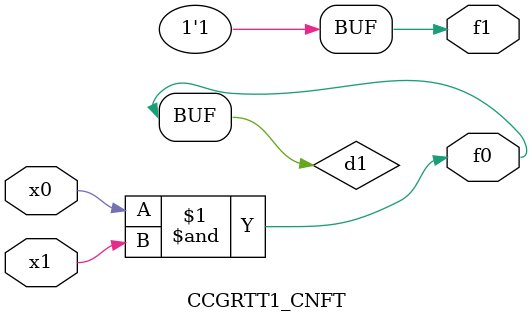
<source format=v>
module CCGRTT1_CNFT(
	input x0, x1,
	output f0, f1
);

	wire d1;

	assign f0 = d1;
	and (d1, x0, x1);
	assign f1 = 1'b1;
endmodule

</source>
